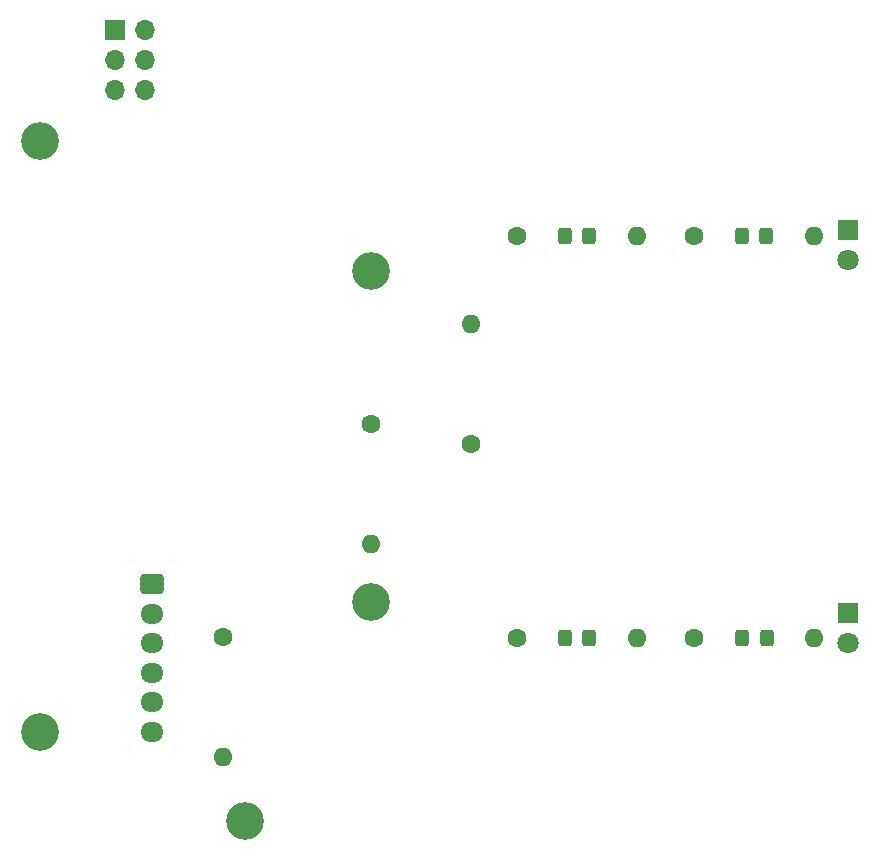
<source format=gbr>
%TF.GenerationSoftware,KiCad,Pcbnew,9.0.0*%
%TF.CreationDate,2025-06-18T11:24:59+09:00*%
%TF.ProjectId,headlight_lower_side,68656164-6c69-4676-9874-5f6c6f776572,00*%
%TF.SameCoordinates,Original*%
%TF.FileFunction,Soldermask,Bot*%
%TF.FilePolarity,Negative*%
%FSLAX46Y46*%
G04 Gerber Fmt 4.6, Leading zero omitted, Abs format (unit mm)*
G04 Created by KiCad (PCBNEW 9.0.0) date 2025-06-18 11:24:59*
%MOMM*%
%LPD*%
G01*
G04 APERTURE LIST*
G04 Aperture macros list*
%AMRoundRect*
0 Rectangle with rounded corners*
0 $1 Rounding radius*
0 $2 $3 $4 $5 $6 $7 $8 $9 X,Y pos of 4 corners*
0 Add a 4 corners polygon primitive as box body*
4,1,4,$2,$3,$4,$5,$6,$7,$8,$9,$2,$3,0*
0 Add four circle primitives for the rounded corners*
1,1,$1+$1,$2,$3*
1,1,$1+$1,$4,$5*
1,1,$1+$1,$6,$7*
1,1,$1+$1,$8,$9*
0 Add four rect primitives between the rounded corners*
20,1,$1+$1,$2,$3,$4,$5,0*
20,1,$1+$1,$4,$5,$6,$7,0*
20,1,$1+$1,$6,$7,$8,$9,0*
20,1,$1+$1,$8,$9,$2,$3,0*%
G04 Aperture macros list end*
%ADD10C,1.600000*%
%ADD11O,1.600000X1.600000*%
%ADD12C,3.200000*%
%ADD13RoundRect,0.250000X-0.725000X0.600000X-0.725000X-0.600000X0.725000X-0.600000X0.725000X0.600000X0*%
%ADD14O,1.950000X1.700000*%
%ADD15R,1.700000X1.700000*%
%ADD16O,1.700000X1.700000*%
%ADD17RoundRect,0.250000X-0.325000X-0.450000X0.325000X-0.450000X0.325000X0.450000X-0.325000X0.450000X0*%
%ADD18R,1.800000X1.800000*%
%ADD19C,1.800000*%
G04 APERTURE END LIST*
D10*
%TO.C,R5*%
X78000000Y-62580000D03*
D11*
X78000000Y-52420000D03*
%TD*%
D12*
%TO.C,H1*%
X41500000Y-37000000D03*
%TD*%
%TO.C,H2*%
X41500000Y-87000000D03*
%TD*%
%TO.C,H4*%
X69500000Y-76000000D03*
%TD*%
D10*
%TO.C,R2*%
X96920000Y-79000000D03*
D11*
X107080000Y-79000000D03*
%TD*%
D10*
%TO.C,R7*%
X57000000Y-78920000D03*
D11*
X57000000Y-89080000D03*
%TD*%
D10*
%TO.C,R1*%
X96920000Y-45000000D03*
D11*
X107080000Y-45000000D03*
%TD*%
D10*
%TO.C,R6*%
X69500000Y-60920000D03*
D11*
X69500000Y-71080000D03*
%TD*%
D10*
%TO.C,R4*%
X81920000Y-79000000D03*
D11*
X92080000Y-79000000D03*
%TD*%
D10*
%TO.C,R3*%
X81920000Y-45000000D03*
D11*
X92080000Y-45000000D03*
%TD*%
D12*
%TO.C,H3*%
X69500000Y-48000000D03*
%TD*%
D13*
%TO.C,J1*%
X51000000Y-74500000D03*
D14*
X51000000Y-77000000D03*
X51000000Y-79500000D03*
X51000000Y-82000000D03*
X51000000Y-84500000D03*
X51000000Y-87000000D03*
%TD*%
D15*
%TO.C,J2*%
X47850000Y-27575000D03*
D16*
X50390000Y-27575000D03*
X47850000Y-30115000D03*
X50390000Y-30115000D03*
X47850000Y-32655000D03*
X50390000Y-32655000D03*
%TD*%
D12*
%TO.C,H5*%
X58900000Y-94500000D03*
%TD*%
D17*
%TO.C,LB2*%
X100975000Y-79000000D03*
X103025000Y-79000000D03*
%TD*%
D18*
%TO.C,IR2*%
X109895000Y-76960000D03*
D19*
X109895000Y-79500000D03*
%TD*%
D17*
%TO.C,LB4*%
X85975000Y-79000000D03*
X88025000Y-79000000D03*
%TD*%
D18*
%TO.C,IR1*%
X109895000Y-44500000D03*
D19*
X109895000Y-47040000D03*
%TD*%
D17*
%TO.C,LB3*%
X85975000Y-45000000D03*
X88025000Y-45000000D03*
%TD*%
%TO.C,LB1*%
X100962500Y-45000000D03*
X103012500Y-45000000D03*
%TD*%
M02*

</source>
